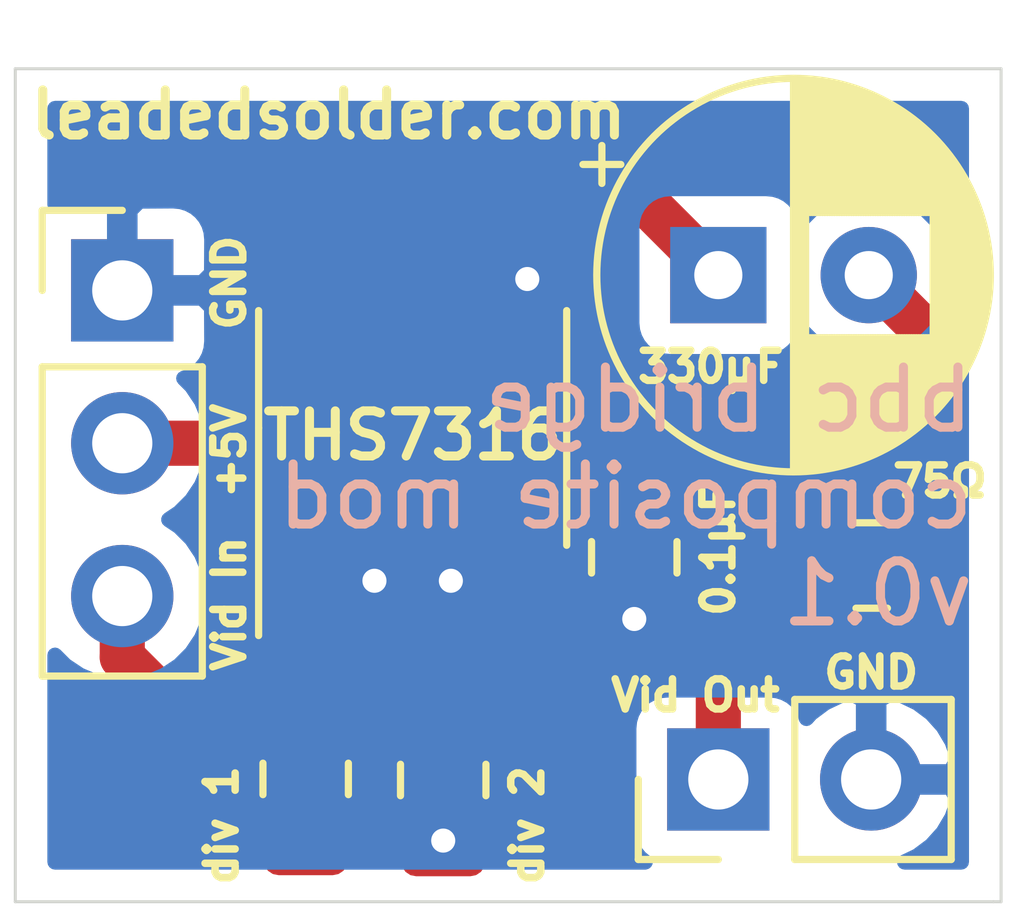
<source format=kicad_pcb>
(kicad_pcb (version 20171130) (host pcbnew "(5.1.5-0-10_14)")

  (general
    (thickness 1.6)
    (drawings 18)
    (tracks 24)
    (zones 0)
    (modules 8)
    (nets 10)
  )

  (page A4)
  (layers
    (0 F.Cu signal)
    (31 B.Cu signal)
    (32 B.Adhes user)
    (33 F.Adhes user)
    (34 B.Paste user)
    (35 F.Paste user)
    (36 B.SilkS user)
    (37 F.SilkS user)
    (38 B.Mask user)
    (39 F.Mask user)
    (40 Dwgs.User user hide)
    (41 Cmts.User user)
    (42 Eco1.User user)
    (43 Eco2.User user)
    (44 Edge.Cuts user)
    (45 Margin user)
    (46 B.CrtYd user)
    (47 F.CrtYd user)
    (48 B.Fab user)
    (49 F.Fab user hide)
  )

  (setup
    (last_trace_width 0.75)
    (user_trace_width 0.5)
    (user_trace_width 0.75)
    (trace_clearance 0.2)
    (zone_clearance 0.508)
    (zone_45_only no)
    (trace_min 0.2)
    (via_size 0.8)
    (via_drill 0.4)
    (via_min_size 0.4)
    (via_min_drill 0.3)
    (uvia_size 0.3)
    (uvia_drill 0.1)
    (uvias_allowed no)
    (uvia_min_size 0.2)
    (uvia_min_drill 0.1)
    (edge_width 0.05)
    (segment_width 0.2)
    (pcb_text_width 0.3)
    (pcb_text_size 1.5 1.5)
    (mod_edge_width 0.12)
    (mod_text_size 1 1)
    (mod_text_width 0.15)
    (pad_size 1.524 1.524)
    (pad_drill 0.762)
    (pad_to_mask_clearance 0.051)
    (solder_mask_min_width 0.25)
    (aux_axis_origin 0 0)
    (visible_elements FFFFFF7F)
    (pcbplotparams
      (layerselection 0x010fc_ffffffff)
      (usegerberextensions false)
      (usegerberattributes false)
      (usegerberadvancedattributes false)
      (creategerberjobfile false)
      (excludeedgelayer true)
      (linewidth 0.100000)
      (plotframeref false)
      (viasonmask false)
      (mode 1)
      (useauxorigin false)
      (hpglpennumber 1)
      (hpglpenspeed 20)
      (hpglpendiameter 15.000000)
      (psnegative false)
      (psa4output false)
      (plotreference true)
      (plotvalue true)
      (plotinvisibletext false)
      (padsonsilk false)
      (subtractmaskfromsilk false)
      (outputformat 1)
      (mirror false)
      (drillshape 0)
      (scaleselection 1)
      (outputdirectory "plot"))
  )

  (net 0 "")
  (net 1 GND)
  (net 2 +5V)
  (net 3 /Vid_Out)
  (net 4 "Net-(U1-Pad6)")
  (net 5 "Net-(U1-Pad7)")
  (net 6 "Net-(C3-Pad1)")
  (net 7 "Net-(C3-Pad2)")
  (net 8 /Chopped_Vpp)
  (net 9 /Pre_RF)

  (net_class Default "This is the default net class."
    (clearance 0.2)
    (trace_width 0.25)
    (via_dia 0.8)
    (via_drill 0.4)
    (uvia_dia 0.3)
    (uvia_drill 0.1)
    (add_net +5V)
    (add_net /Chopped_Vpp)
    (add_net /Pre_RF)
    (add_net /Vid_Out)
    (add_net GND)
    (add_net "Net-(C3-Pad1)")
    (add_net "Net-(C3-Pad2)")
    (add_net "Net-(U1-Pad6)")
    (add_net "Net-(U1-Pad7)")
  )

  (module Package_SO:SOIC-8_3.9x4.9mm_P1.27mm (layer F.Cu) (tedit 5D9F72B1) (tstamp 613C2E4B)
    (at 128.524 96.266 90)
    (descr "SOIC, 8 Pin (JEDEC MS-012AA, https://www.analog.com/media/en/package-pcb-resources/package/pkg_pdf/soic_narrow-r/r_8.pdf), generated with kicad-footprint-generator ipc_gullwing_generator.py")
    (tags "SOIC SO")
    (path /5EDDB73C)
    (attr smd)
    (fp_text reference U1 (at 0 -3.4 90) (layer F.SilkS) hide
      (effects (font (size 1 1) (thickness 0.15)))
    )
    (fp_text value THS7314 (at 0 3.4 90) (layer F.Fab)
      (effects (font (size 1 1) (thickness 0.15)))
    )
    (fp_text user %R (at 0 0 90) (layer F.Fab)
      (effects (font (size 0.98 0.98) (thickness 0.15)))
    )
    (fp_line (start 3.7 -2.7) (end -3.7 -2.7) (layer F.CrtYd) (width 0.05))
    (fp_line (start 3.7 2.7) (end 3.7 -2.7) (layer F.CrtYd) (width 0.05))
    (fp_line (start -3.7 2.7) (end 3.7 2.7) (layer F.CrtYd) (width 0.05))
    (fp_line (start -3.7 -2.7) (end -3.7 2.7) (layer F.CrtYd) (width 0.05))
    (fp_line (start -1.95 -1.475) (end -0.975 -2.45) (layer F.Fab) (width 0.1))
    (fp_line (start -1.95 2.45) (end -1.95 -1.475) (layer F.Fab) (width 0.1))
    (fp_line (start 1.95 2.45) (end -1.95 2.45) (layer F.Fab) (width 0.1))
    (fp_line (start 1.95 -2.45) (end 1.95 2.45) (layer F.Fab) (width 0.1))
    (fp_line (start -0.975 -2.45) (end 1.95 -2.45) (layer F.Fab) (width 0.1))
    (fp_line (start 0 -2.56) (end -3.45 -2.56) (layer F.SilkS) (width 0.12))
    (fp_line (start 0 -2.56) (end 1.95 -2.56) (layer F.SilkS) (width 0.12))
    (fp_line (start 0 2.56) (end -1.95 2.56) (layer F.SilkS) (width 0.12))
    (fp_line (start 0 2.56) (end 1.95 2.56) (layer F.SilkS) (width 0.12))
    (pad 8 smd roundrect (at 2.475 -1.905 90) (size 1.95 0.6) (layers F.Cu F.Paste F.Mask) (roundrect_rratio 0.25)
      (net 6 "Net-(C3-Pad1)"))
    (pad 7 smd roundrect (at 2.475 -0.635 90) (size 1.95 0.6) (layers F.Cu F.Paste F.Mask) (roundrect_rratio 0.25)
      (net 5 "Net-(U1-Pad7)"))
    (pad 6 smd roundrect (at 2.475 0.635 90) (size 1.95 0.6) (layers F.Cu F.Paste F.Mask) (roundrect_rratio 0.25)
      (net 4 "Net-(U1-Pad6)"))
    (pad 5 smd roundrect (at 2.475 1.905 90) (size 1.95 0.6) (layers F.Cu F.Paste F.Mask) (roundrect_rratio 0.25)
      (net 1 GND))
    (pad 4 smd roundrect (at -2.475 1.905 90) (size 1.95 0.6) (layers F.Cu F.Paste F.Mask) (roundrect_rratio 0.25)
      (net 2 +5V))
    (pad 3 smd roundrect (at -2.475 0.635 90) (size 1.95 0.6) (layers F.Cu F.Paste F.Mask) (roundrect_rratio 0.25)
      (net 1 GND))
    (pad 2 smd roundrect (at -2.475 -0.635 90) (size 1.95 0.6) (layers F.Cu F.Paste F.Mask) (roundrect_rratio 0.25)
      (net 1 GND))
    (pad 1 smd roundrect (at -2.475 -1.905 90) (size 1.95 0.6) (layers F.Cu F.Paste F.Mask) (roundrect_rratio 0.25)
      (net 8 /Chopped_Vpp))
    (model ${KISYS3DMOD}/Package_SO.3dshapes/SOIC-8_3.9x4.9mm_P1.27mm.wrl
      (at (xyz 0 0 0))
      (scale (xyz 1 1 1))
      (rotate (xyz 0 0 0))
    )
  )

  (module Resistor_SMD:R_0805_2012Metric_Pad1.15x1.40mm_HandSolder (layer F.Cu) (tedit 5B36C52B) (tstamp 613C2E31)
    (at 129.032 102.117 270)
    (descr "Resistor SMD 0805 (2012 Metric), square (rectangular) end terminal, IPC_7351 nominal with elongated pad for handsoldering. (Body size source: https://docs.google.com/spreadsheets/d/1BsfQQcO9C6DZCsRaXUlFlo91Tg2WpOkGARC1WS5S8t0/edit?usp=sharing), generated with kicad-footprint-generator")
    (tags "resistor handsolder")
    (path /5F254CCE)
    (attr smd)
    (fp_text reference R3 (at 0 -1.65 90) (layer F.SilkS) hide
      (effects (font (size 1 1) (thickness 0.15)))
    )
    (fp_text value 470Ω (at 0 1.65 90) (layer F.Fab)
      (effects (font (size 1 1) (thickness 0.15)))
    )
    (fp_text user %R (at 0 0 90) (layer F.Fab)
      (effects (font (size 0.5 0.5) (thickness 0.08)))
    )
    (fp_line (start 1.85 0.95) (end -1.85 0.95) (layer F.CrtYd) (width 0.05))
    (fp_line (start 1.85 -0.95) (end 1.85 0.95) (layer F.CrtYd) (width 0.05))
    (fp_line (start -1.85 -0.95) (end 1.85 -0.95) (layer F.CrtYd) (width 0.05))
    (fp_line (start -1.85 0.95) (end -1.85 -0.95) (layer F.CrtYd) (width 0.05))
    (fp_line (start -0.261252 0.71) (end 0.261252 0.71) (layer F.SilkS) (width 0.12))
    (fp_line (start -0.261252 -0.71) (end 0.261252 -0.71) (layer F.SilkS) (width 0.12))
    (fp_line (start 1 0.6) (end -1 0.6) (layer F.Fab) (width 0.1))
    (fp_line (start 1 -0.6) (end 1 0.6) (layer F.Fab) (width 0.1))
    (fp_line (start -1 -0.6) (end 1 -0.6) (layer F.Fab) (width 0.1))
    (fp_line (start -1 0.6) (end -1 -0.6) (layer F.Fab) (width 0.1))
    (pad 2 smd roundrect (at 1.025 0 270) (size 1.15 1.4) (layers F.Cu F.Paste F.Mask) (roundrect_rratio 0.217391)
      (net 1 GND))
    (pad 1 smd roundrect (at -1.025 0 270) (size 1.15 1.4) (layers F.Cu F.Paste F.Mask) (roundrect_rratio 0.217391)
      (net 8 /Chopped_Vpp))
    (model ${KISYS3DMOD}/Resistor_SMD.3dshapes/R_0805_2012Metric.wrl
      (at (xyz 0 0 0))
      (scale (xyz 1 1 1))
      (rotate (xyz 0 0 0))
    )
  )

  (module Resistor_SMD:R_0805_2012Metric_Pad1.15x1.40mm_HandSolder (layer F.Cu) (tedit 5B36C52B) (tstamp 613C8748)
    (at 136.153 98.552 180)
    (descr "Resistor SMD 0805 (2012 Metric), square (rectangular) end terminal, IPC_7351 nominal with elongated pad for handsoldering. (Body size source: https://docs.google.com/spreadsheets/d/1BsfQQcO9C6DZCsRaXUlFlo91Tg2WpOkGARC1WS5S8t0/edit?usp=sharing), generated with kicad-footprint-generator")
    (tags "resistor handsolder")
    (path /5F11AE5C)
    (attr smd)
    (fp_text reference R2 (at 0 -1.65) (layer F.SilkS) hide
      (effects (font (size 1 1) (thickness 0.15)))
    )
    (fp_text value 75Ω (at 0 1.65) (layer F.Fab)
      (effects (font (size 1 1) (thickness 0.15)))
    )
    (fp_text user %R (at 0 0) (layer F.Fab)
      (effects (font (size 0.5 0.5) (thickness 0.08)))
    )
    (fp_line (start 1.85 0.95) (end -1.85 0.95) (layer F.CrtYd) (width 0.05))
    (fp_line (start 1.85 -0.95) (end 1.85 0.95) (layer F.CrtYd) (width 0.05))
    (fp_line (start -1.85 -0.95) (end 1.85 -0.95) (layer F.CrtYd) (width 0.05))
    (fp_line (start -1.85 0.95) (end -1.85 -0.95) (layer F.CrtYd) (width 0.05))
    (fp_line (start -0.261252 0.71) (end 0.261252 0.71) (layer F.SilkS) (width 0.12))
    (fp_line (start -0.261252 -0.71) (end 0.261252 -0.71) (layer F.SilkS) (width 0.12))
    (fp_line (start 1 0.6) (end -1 0.6) (layer F.Fab) (width 0.1))
    (fp_line (start 1 -0.6) (end 1 0.6) (layer F.Fab) (width 0.1))
    (fp_line (start -1 -0.6) (end 1 -0.6) (layer F.Fab) (width 0.1))
    (fp_line (start -1 0.6) (end -1 -0.6) (layer F.Fab) (width 0.1))
    (pad 2 smd roundrect (at 1.025 0 180) (size 1.15 1.4) (layers F.Cu F.Paste F.Mask) (roundrect_rratio 0.217391)
      (net 3 /Vid_Out))
    (pad 1 smd roundrect (at -1.025 0 180) (size 1.15 1.4) (layers F.Cu F.Paste F.Mask) (roundrect_rratio 0.217391)
      (net 7 "Net-(C3-Pad2)"))
    (model ${KISYS3DMOD}/Resistor_SMD.3dshapes/R_0805_2012Metric.wrl
      (at (xyz 0 0 0))
      (scale (xyz 1 1 1))
      (rotate (xyz 0 0 0))
    )
  )

  (module Resistor_SMD:R_0805_2012Metric_Pad1.15x1.40mm_HandSolder (layer F.Cu) (tedit 5B36C52B) (tstamp 613C2E0F)
    (at 126.746 102.099 90)
    (descr "Resistor SMD 0805 (2012 Metric), square (rectangular) end terminal, IPC_7351 nominal with elongated pad for handsoldering. (Body size source: https://docs.google.com/spreadsheets/d/1BsfQQcO9C6DZCsRaXUlFlo91Tg2WpOkGARC1WS5S8t0/edit?usp=sharing), generated with kicad-footprint-generator")
    (tags "resistor handsolder")
    (path /5F254498)
    (attr smd)
    (fp_text reference R1 (at 0 -1.65 90) (layer F.SilkS) hide
      (effects (font (size 1 1) (thickness 0.15)))
    )
    (fp_text value 1500Ω (at 0 1.65 90) (layer F.Fab)
      (effects (font (size 1 1) (thickness 0.15)))
    )
    (fp_text user %R (at 0 0 90) (layer F.Fab)
      (effects (font (size 0.5 0.5) (thickness 0.08)))
    )
    (fp_line (start 1.85 0.95) (end -1.85 0.95) (layer F.CrtYd) (width 0.05))
    (fp_line (start 1.85 -0.95) (end 1.85 0.95) (layer F.CrtYd) (width 0.05))
    (fp_line (start -1.85 -0.95) (end 1.85 -0.95) (layer F.CrtYd) (width 0.05))
    (fp_line (start -1.85 0.95) (end -1.85 -0.95) (layer F.CrtYd) (width 0.05))
    (fp_line (start -0.261252 0.71) (end 0.261252 0.71) (layer F.SilkS) (width 0.12))
    (fp_line (start -0.261252 -0.71) (end 0.261252 -0.71) (layer F.SilkS) (width 0.12))
    (fp_line (start 1 0.6) (end -1 0.6) (layer F.Fab) (width 0.1))
    (fp_line (start 1 -0.6) (end 1 0.6) (layer F.Fab) (width 0.1))
    (fp_line (start -1 -0.6) (end 1 -0.6) (layer F.Fab) (width 0.1))
    (fp_line (start -1 0.6) (end -1 -0.6) (layer F.Fab) (width 0.1))
    (pad 2 smd roundrect (at 1.025 0 90) (size 1.15 1.4) (layers F.Cu F.Paste F.Mask) (roundrect_rratio 0.217391)
      (net 8 /Chopped_Vpp))
    (pad 1 smd roundrect (at -1.025 0 90) (size 1.15 1.4) (layers F.Cu F.Paste F.Mask) (roundrect_rratio 0.217391)
      (net 9 /Pre_RF))
    (model ${KISYS3DMOD}/Resistor_SMD.3dshapes/R_0805_2012Metric.wrl
      (at (xyz 0 0 0))
      (scale (xyz 1 1 1))
      (rotate (xyz 0 0 0))
    )
  )

  (module Connector_PinHeader_2.54mm:PinHeader_1x02_P2.54mm_Vertical (layer F.Cu) (tedit 59FED5CC) (tstamp 613C2DFE)
    (at 133.604 102.108 90)
    (descr "Through hole straight pin header, 1x02, 2.54mm pitch, single row")
    (tags "Through hole pin header THT 1x02 2.54mm single row")
    (path /613C1C20)
    (fp_text reference J3 (at 0 -2.33 90) (layer F.SilkS) hide
      (effects (font (size 1 1) (thickness 0.15)))
    )
    (fp_text value Conn_01x02_Female (at 0 4.87 90) (layer F.Fab)
      (effects (font (size 1 1) (thickness 0.15)))
    )
    (fp_text user %R (at 0 1.27) (layer F.Fab)
      (effects (font (size 1 1) (thickness 0.15)))
    )
    (fp_line (start 1.8 -1.8) (end -1.8 -1.8) (layer F.CrtYd) (width 0.05))
    (fp_line (start 1.8 4.35) (end 1.8 -1.8) (layer F.CrtYd) (width 0.05))
    (fp_line (start -1.8 4.35) (end 1.8 4.35) (layer F.CrtYd) (width 0.05))
    (fp_line (start -1.8 -1.8) (end -1.8 4.35) (layer F.CrtYd) (width 0.05))
    (fp_line (start -1.33 -1.33) (end 0 -1.33) (layer F.SilkS) (width 0.12))
    (fp_line (start -1.33 0) (end -1.33 -1.33) (layer F.SilkS) (width 0.12))
    (fp_line (start -1.33 1.27) (end 1.33 1.27) (layer F.SilkS) (width 0.12))
    (fp_line (start 1.33 1.27) (end 1.33 3.87) (layer F.SilkS) (width 0.12))
    (fp_line (start -1.33 1.27) (end -1.33 3.87) (layer F.SilkS) (width 0.12))
    (fp_line (start -1.33 3.87) (end 1.33 3.87) (layer F.SilkS) (width 0.12))
    (fp_line (start -1.27 -0.635) (end -0.635 -1.27) (layer F.Fab) (width 0.1))
    (fp_line (start -1.27 3.81) (end -1.27 -0.635) (layer F.Fab) (width 0.1))
    (fp_line (start 1.27 3.81) (end -1.27 3.81) (layer F.Fab) (width 0.1))
    (fp_line (start 1.27 -1.27) (end 1.27 3.81) (layer F.Fab) (width 0.1))
    (fp_line (start -0.635 -1.27) (end 1.27 -1.27) (layer F.Fab) (width 0.1))
    (pad 2 thru_hole oval (at 0 2.54 90) (size 1.7 1.7) (drill 1) (layers *.Cu *.Mask)
      (net 1 GND))
    (pad 1 thru_hole rect (at 0 0 90) (size 1.7 1.7) (drill 1) (layers *.Cu *.Mask)
      (net 3 /Vid_Out))
    (model ${KISYS3DMOD}/Connector_PinHeader_2.54mm.3dshapes/PinHeader_1x02_P2.54mm_Vertical.wrl
      (at (xyz 0 0 0))
      (scale (xyz 1 1 1))
      (rotate (xyz 0 0 0))
    )
  )

  (module Connector_PinHeader_2.54mm:PinHeader_1x03_P2.54mm_Vertical (layer F.Cu) (tedit 59FED5CC) (tstamp 613C2DE8)
    (at 123.698 93.98)
    (descr "Through hole straight pin header, 1x03, 2.54mm pitch, single row")
    (tags "Through hole pin header THT 1x03 2.54mm single row")
    (path /613C4F7D)
    (fp_text reference J1 (at 0 -2.33) (layer F.SilkS) hide
      (effects (font (size 1 1) (thickness 0.15)))
    )
    (fp_text value Conn_01x03_Female (at 0 7.41) (layer F.Fab)
      (effects (font (size 1 1) (thickness 0.15)))
    )
    (fp_text user %R (at 0 2.54 90) (layer F.Fab)
      (effects (font (size 1 1) (thickness 0.15)))
    )
    (fp_line (start 1.8 -1.8) (end -1.8 -1.8) (layer F.CrtYd) (width 0.05))
    (fp_line (start 1.8 6.85) (end 1.8 -1.8) (layer F.CrtYd) (width 0.05))
    (fp_line (start -1.8 6.85) (end 1.8 6.85) (layer F.CrtYd) (width 0.05))
    (fp_line (start -1.8 -1.8) (end -1.8 6.85) (layer F.CrtYd) (width 0.05))
    (fp_line (start -1.33 -1.33) (end 0 -1.33) (layer F.SilkS) (width 0.12))
    (fp_line (start -1.33 0) (end -1.33 -1.33) (layer F.SilkS) (width 0.12))
    (fp_line (start -1.33 1.27) (end 1.33 1.27) (layer F.SilkS) (width 0.12))
    (fp_line (start 1.33 1.27) (end 1.33 6.41) (layer F.SilkS) (width 0.12))
    (fp_line (start -1.33 1.27) (end -1.33 6.41) (layer F.SilkS) (width 0.12))
    (fp_line (start -1.33 6.41) (end 1.33 6.41) (layer F.SilkS) (width 0.12))
    (fp_line (start -1.27 -0.635) (end -0.635 -1.27) (layer F.Fab) (width 0.1))
    (fp_line (start -1.27 6.35) (end -1.27 -0.635) (layer F.Fab) (width 0.1))
    (fp_line (start 1.27 6.35) (end -1.27 6.35) (layer F.Fab) (width 0.1))
    (fp_line (start 1.27 -1.27) (end 1.27 6.35) (layer F.Fab) (width 0.1))
    (fp_line (start -0.635 -1.27) (end 1.27 -1.27) (layer F.Fab) (width 0.1))
    (pad 3 thru_hole oval (at 0 5.08) (size 1.7 1.7) (drill 1) (layers *.Cu *.Mask)
      (net 9 /Pre_RF))
    (pad 2 thru_hole oval (at 0 2.54) (size 1.7 1.7) (drill 1) (layers *.Cu *.Mask)
      (net 2 +5V))
    (pad 1 thru_hole rect (at 0 0) (size 1.7 1.7) (drill 1) (layers *.Cu *.Mask)
      (net 1 GND))
    (model ${KISYS3DMOD}/Connector_PinHeader_2.54mm.3dshapes/PinHeader_1x03_P2.54mm_Vertical.wrl
      (at (xyz 0 0 0))
      (scale (xyz 1 1 1))
      (rotate (xyz 0 0 0))
    )
  )

  (module Capacitor_THT:CP_Radial_D6.3mm_P2.50mm (layer F.Cu) (tedit 5AE50EF0) (tstamp 613C2DD1)
    (at 133.604 93.726)
    (descr "CP, Radial series, Radial, pin pitch=2.50mm, , diameter=6.3mm, Electrolytic Capacitor")
    (tags "CP Radial series Radial pin pitch 2.50mm  diameter 6.3mm Electrolytic Capacitor")
    (path /5F12F587)
    (fp_text reference C3 (at 1.25 -4.4) (layer F.SilkS) hide
      (effects (font (size 1 1) (thickness 0.15)))
    )
    (fp_text value 330µF (at 1.25 4.4) (layer F.Fab)
      (effects (font (size 1 1) (thickness 0.15)))
    )
    (fp_text user %R (at 1.25 0) (layer F.Fab)
      (effects (font (size 1 1) (thickness 0.15)))
    )
    (fp_line (start -1.935241 -2.154) (end -1.935241 -1.524) (layer F.SilkS) (width 0.12))
    (fp_line (start -2.250241 -1.839) (end -1.620241 -1.839) (layer F.SilkS) (width 0.12))
    (fp_line (start 4.491 -0.402) (end 4.491 0.402) (layer F.SilkS) (width 0.12))
    (fp_line (start 4.451 -0.633) (end 4.451 0.633) (layer F.SilkS) (width 0.12))
    (fp_line (start 4.411 -0.802) (end 4.411 0.802) (layer F.SilkS) (width 0.12))
    (fp_line (start 4.371 -0.94) (end 4.371 0.94) (layer F.SilkS) (width 0.12))
    (fp_line (start 4.331 -1.059) (end 4.331 1.059) (layer F.SilkS) (width 0.12))
    (fp_line (start 4.291 -1.165) (end 4.291 1.165) (layer F.SilkS) (width 0.12))
    (fp_line (start 4.251 -1.262) (end 4.251 1.262) (layer F.SilkS) (width 0.12))
    (fp_line (start 4.211 -1.35) (end 4.211 1.35) (layer F.SilkS) (width 0.12))
    (fp_line (start 4.171 -1.432) (end 4.171 1.432) (layer F.SilkS) (width 0.12))
    (fp_line (start 4.131 -1.509) (end 4.131 1.509) (layer F.SilkS) (width 0.12))
    (fp_line (start 4.091 -1.581) (end 4.091 1.581) (layer F.SilkS) (width 0.12))
    (fp_line (start 4.051 -1.65) (end 4.051 1.65) (layer F.SilkS) (width 0.12))
    (fp_line (start 4.011 -1.714) (end 4.011 1.714) (layer F.SilkS) (width 0.12))
    (fp_line (start 3.971 -1.776) (end 3.971 1.776) (layer F.SilkS) (width 0.12))
    (fp_line (start 3.931 -1.834) (end 3.931 1.834) (layer F.SilkS) (width 0.12))
    (fp_line (start 3.891 -1.89) (end 3.891 1.89) (layer F.SilkS) (width 0.12))
    (fp_line (start 3.851 -1.944) (end 3.851 1.944) (layer F.SilkS) (width 0.12))
    (fp_line (start 3.811 -1.995) (end 3.811 1.995) (layer F.SilkS) (width 0.12))
    (fp_line (start 3.771 -2.044) (end 3.771 2.044) (layer F.SilkS) (width 0.12))
    (fp_line (start 3.731 -2.092) (end 3.731 2.092) (layer F.SilkS) (width 0.12))
    (fp_line (start 3.691 -2.137) (end 3.691 2.137) (layer F.SilkS) (width 0.12))
    (fp_line (start 3.651 -2.182) (end 3.651 2.182) (layer F.SilkS) (width 0.12))
    (fp_line (start 3.611 -2.224) (end 3.611 2.224) (layer F.SilkS) (width 0.12))
    (fp_line (start 3.571 -2.265) (end 3.571 2.265) (layer F.SilkS) (width 0.12))
    (fp_line (start 3.531 1.04) (end 3.531 2.305) (layer F.SilkS) (width 0.12))
    (fp_line (start 3.531 -2.305) (end 3.531 -1.04) (layer F.SilkS) (width 0.12))
    (fp_line (start 3.491 1.04) (end 3.491 2.343) (layer F.SilkS) (width 0.12))
    (fp_line (start 3.491 -2.343) (end 3.491 -1.04) (layer F.SilkS) (width 0.12))
    (fp_line (start 3.451 1.04) (end 3.451 2.38) (layer F.SilkS) (width 0.12))
    (fp_line (start 3.451 -2.38) (end 3.451 -1.04) (layer F.SilkS) (width 0.12))
    (fp_line (start 3.411 1.04) (end 3.411 2.416) (layer F.SilkS) (width 0.12))
    (fp_line (start 3.411 -2.416) (end 3.411 -1.04) (layer F.SilkS) (width 0.12))
    (fp_line (start 3.371 1.04) (end 3.371 2.45) (layer F.SilkS) (width 0.12))
    (fp_line (start 3.371 -2.45) (end 3.371 -1.04) (layer F.SilkS) (width 0.12))
    (fp_line (start 3.331 1.04) (end 3.331 2.484) (layer F.SilkS) (width 0.12))
    (fp_line (start 3.331 -2.484) (end 3.331 -1.04) (layer F.SilkS) (width 0.12))
    (fp_line (start 3.291 1.04) (end 3.291 2.516) (layer F.SilkS) (width 0.12))
    (fp_line (start 3.291 -2.516) (end 3.291 -1.04) (layer F.SilkS) (width 0.12))
    (fp_line (start 3.251 1.04) (end 3.251 2.548) (layer F.SilkS) (width 0.12))
    (fp_line (start 3.251 -2.548) (end 3.251 -1.04) (layer F.SilkS) (width 0.12))
    (fp_line (start 3.211 1.04) (end 3.211 2.578) (layer F.SilkS) (width 0.12))
    (fp_line (start 3.211 -2.578) (end 3.211 -1.04) (layer F.SilkS) (width 0.12))
    (fp_line (start 3.171 1.04) (end 3.171 2.607) (layer F.SilkS) (width 0.12))
    (fp_line (start 3.171 -2.607) (end 3.171 -1.04) (layer F.SilkS) (width 0.12))
    (fp_line (start 3.131 1.04) (end 3.131 2.636) (layer F.SilkS) (width 0.12))
    (fp_line (start 3.131 -2.636) (end 3.131 -1.04) (layer F.SilkS) (width 0.12))
    (fp_line (start 3.091 1.04) (end 3.091 2.664) (layer F.SilkS) (width 0.12))
    (fp_line (start 3.091 -2.664) (end 3.091 -1.04) (layer F.SilkS) (width 0.12))
    (fp_line (start 3.051 1.04) (end 3.051 2.69) (layer F.SilkS) (width 0.12))
    (fp_line (start 3.051 -2.69) (end 3.051 -1.04) (layer F.SilkS) (width 0.12))
    (fp_line (start 3.011 1.04) (end 3.011 2.716) (layer F.SilkS) (width 0.12))
    (fp_line (start 3.011 -2.716) (end 3.011 -1.04) (layer F.SilkS) (width 0.12))
    (fp_line (start 2.971 1.04) (end 2.971 2.742) (layer F.SilkS) (width 0.12))
    (fp_line (start 2.971 -2.742) (end 2.971 -1.04) (layer F.SilkS) (width 0.12))
    (fp_line (start 2.931 1.04) (end 2.931 2.766) (layer F.SilkS) (width 0.12))
    (fp_line (start 2.931 -2.766) (end 2.931 -1.04) (layer F.SilkS) (width 0.12))
    (fp_line (start 2.891 1.04) (end 2.891 2.79) (layer F.SilkS) (width 0.12))
    (fp_line (start 2.891 -2.79) (end 2.891 -1.04) (layer F.SilkS) (width 0.12))
    (fp_line (start 2.851 1.04) (end 2.851 2.812) (layer F.SilkS) (width 0.12))
    (fp_line (start 2.851 -2.812) (end 2.851 -1.04) (layer F.SilkS) (width 0.12))
    (fp_line (start 2.811 1.04) (end 2.811 2.834) (layer F.SilkS) (width 0.12))
    (fp_line (start 2.811 -2.834) (end 2.811 -1.04) (layer F.SilkS) (width 0.12))
    (fp_line (start 2.771 1.04) (end 2.771 2.856) (layer F.SilkS) (width 0.12))
    (fp_line (start 2.771 -2.856) (end 2.771 -1.04) (layer F.SilkS) (width 0.12))
    (fp_line (start 2.731 1.04) (end 2.731 2.876) (layer F.SilkS) (width 0.12))
    (fp_line (start 2.731 -2.876) (end 2.731 -1.04) (layer F.SilkS) (width 0.12))
    (fp_line (start 2.691 1.04) (end 2.691 2.896) (layer F.SilkS) (width 0.12))
    (fp_line (start 2.691 -2.896) (end 2.691 -1.04) (layer F.SilkS) (width 0.12))
    (fp_line (start 2.651 1.04) (end 2.651 2.916) (layer F.SilkS) (width 0.12))
    (fp_line (start 2.651 -2.916) (end 2.651 -1.04) (layer F.SilkS) (width 0.12))
    (fp_line (start 2.611 1.04) (end 2.611 2.934) (layer F.SilkS) (width 0.12))
    (fp_line (start 2.611 -2.934) (end 2.611 -1.04) (layer F.SilkS) (width 0.12))
    (fp_line (start 2.571 1.04) (end 2.571 2.952) (layer F.SilkS) (width 0.12))
    (fp_line (start 2.571 -2.952) (end 2.571 -1.04) (layer F.SilkS) (width 0.12))
    (fp_line (start 2.531 1.04) (end 2.531 2.97) (layer F.SilkS) (width 0.12))
    (fp_line (start 2.531 -2.97) (end 2.531 -1.04) (layer F.SilkS) (width 0.12))
    (fp_line (start 2.491 1.04) (end 2.491 2.986) (layer F.SilkS) (width 0.12))
    (fp_line (start 2.491 -2.986) (end 2.491 -1.04) (layer F.SilkS) (width 0.12))
    (fp_line (start 2.451 1.04) (end 2.451 3.002) (layer F.SilkS) (width 0.12))
    (fp_line (start 2.451 -3.002) (end 2.451 -1.04) (layer F.SilkS) (width 0.12))
    (fp_line (start 2.411 1.04) (end 2.411 3.018) (layer F.SilkS) (width 0.12))
    (fp_line (start 2.411 -3.018) (end 2.411 -1.04) (layer F.SilkS) (width 0.12))
    (fp_line (start 2.371 1.04) (end 2.371 3.033) (layer F.SilkS) (width 0.12))
    (fp_line (start 2.371 -3.033) (end 2.371 -1.04) (layer F.SilkS) (width 0.12))
    (fp_line (start 2.331 1.04) (end 2.331 3.047) (layer F.SilkS) (width 0.12))
    (fp_line (start 2.331 -3.047) (end 2.331 -1.04) (layer F.SilkS) (width 0.12))
    (fp_line (start 2.291 1.04) (end 2.291 3.061) (layer F.SilkS) (width 0.12))
    (fp_line (start 2.291 -3.061) (end 2.291 -1.04) (layer F.SilkS) (width 0.12))
    (fp_line (start 2.251 1.04) (end 2.251 3.074) (layer F.SilkS) (width 0.12))
    (fp_line (start 2.251 -3.074) (end 2.251 -1.04) (layer F.SilkS) (width 0.12))
    (fp_line (start 2.211 1.04) (end 2.211 3.086) (layer F.SilkS) (width 0.12))
    (fp_line (start 2.211 -3.086) (end 2.211 -1.04) (layer F.SilkS) (width 0.12))
    (fp_line (start 2.171 1.04) (end 2.171 3.098) (layer F.SilkS) (width 0.12))
    (fp_line (start 2.171 -3.098) (end 2.171 -1.04) (layer F.SilkS) (width 0.12))
    (fp_line (start 2.131 1.04) (end 2.131 3.11) (layer F.SilkS) (width 0.12))
    (fp_line (start 2.131 -3.11) (end 2.131 -1.04) (layer F.SilkS) (width 0.12))
    (fp_line (start 2.091 1.04) (end 2.091 3.121) (layer F.SilkS) (width 0.12))
    (fp_line (start 2.091 -3.121) (end 2.091 -1.04) (layer F.SilkS) (width 0.12))
    (fp_line (start 2.051 1.04) (end 2.051 3.131) (layer F.SilkS) (width 0.12))
    (fp_line (start 2.051 -3.131) (end 2.051 -1.04) (layer F.SilkS) (width 0.12))
    (fp_line (start 2.011 1.04) (end 2.011 3.141) (layer F.SilkS) (width 0.12))
    (fp_line (start 2.011 -3.141) (end 2.011 -1.04) (layer F.SilkS) (width 0.12))
    (fp_line (start 1.971 1.04) (end 1.971 3.15) (layer F.SilkS) (width 0.12))
    (fp_line (start 1.971 -3.15) (end 1.971 -1.04) (layer F.SilkS) (width 0.12))
    (fp_line (start 1.93 1.04) (end 1.93 3.159) (layer F.SilkS) (width 0.12))
    (fp_line (start 1.93 -3.159) (end 1.93 -1.04) (layer F.SilkS) (width 0.12))
    (fp_line (start 1.89 1.04) (end 1.89 3.167) (layer F.SilkS) (width 0.12))
    (fp_line (start 1.89 -3.167) (end 1.89 -1.04) (layer F.SilkS) (width 0.12))
    (fp_line (start 1.85 1.04) (end 1.85 3.175) (layer F.SilkS) (width 0.12))
    (fp_line (start 1.85 -3.175) (end 1.85 -1.04) (layer F.SilkS) (width 0.12))
    (fp_line (start 1.81 1.04) (end 1.81 3.182) (layer F.SilkS) (width 0.12))
    (fp_line (start 1.81 -3.182) (end 1.81 -1.04) (layer F.SilkS) (width 0.12))
    (fp_line (start 1.77 1.04) (end 1.77 3.189) (layer F.SilkS) (width 0.12))
    (fp_line (start 1.77 -3.189) (end 1.77 -1.04) (layer F.SilkS) (width 0.12))
    (fp_line (start 1.73 1.04) (end 1.73 3.195) (layer F.SilkS) (width 0.12))
    (fp_line (start 1.73 -3.195) (end 1.73 -1.04) (layer F.SilkS) (width 0.12))
    (fp_line (start 1.69 1.04) (end 1.69 3.201) (layer F.SilkS) (width 0.12))
    (fp_line (start 1.69 -3.201) (end 1.69 -1.04) (layer F.SilkS) (width 0.12))
    (fp_line (start 1.65 1.04) (end 1.65 3.206) (layer F.SilkS) (width 0.12))
    (fp_line (start 1.65 -3.206) (end 1.65 -1.04) (layer F.SilkS) (width 0.12))
    (fp_line (start 1.61 1.04) (end 1.61 3.211) (layer F.SilkS) (width 0.12))
    (fp_line (start 1.61 -3.211) (end 1.61 -1.04) (layer F.SilkS) (width 0.12))
    (fp_line (start 1.57 1.04) (end 1.57 3.215) (layer F.SilkS) (width 0.12))
    (fp_line (start 1.57 -3.215) (end 1.57 -1.04) (layer F.SilkS) (width 0.12))
    (fp_line (start 1.53 1.04) (end 1.53 3.218) (layer F.SilkS) (width 0.12))
    (fp_line (start 1.53 -3.218) (end 1.53 -1.04) (layer F.SilkS) (width 0.12))
    (fp_line (start 1.49 1.04) (end 1.49 3.222) (layer F.SilkS) (width 0.12))
    (fp_line (start 1.49 -3.222) (end 1.49 -1.04) (layer F.SilkS) (width 0.12))
    (fp_line (start 1.45 -3.224) (end 1.45 3.224) (layer F.SilkS) (width 0.12))
    (fp_line (start 1.41 -3.227) (end 1.41 3.227) (layer F.SilkS) (width 0.12))
    (fp_line (start 1.37 -3.228) (end 1.37 3.228) (layer F.SilkS) (width 0.12))
    (fp_line (start 1.33 -3.23) (end 1.33 3.23) (layer F.SilkS) (width 0.12))
    (fp_line (start 1.29 -3.23) (end 1.29 3.23) (layer F.SilkS) (width 0.12))
    (fp_line (start 1.25 -3.23) (end 1.25 3.23) (layer F.SilkS) (width 0.12))
    (fp_line (start -1.128972 -1.6885) (end -1.128972 -1.0585) (layer F.Fab) (width 0.1))
    (fp_line (start -1.443972 -1.3735) (end -0.813972 -1.3735) (layer F.Fab) (width 0.1))
    (fp_circle (center 1.25 0) (end 4.65 0) (layer F.CrtYd) (width 0.05))
    (fp_circle (center 1.25 0) (end 4.52 0) (layer F.SilkS) (width 0.12))
    (fp_circle (center 1.25 0) (end 4.4 0) (layer F.Fab) (width 0.1))
    (pad 2 thru_hole circle (at 2.5 0) (size 1.6 1.6) (drill 0.8) (layers *.Cu *.Mask)
      (net 7 "Net-(C3-Pad2)"))
    (pad 1 thru_hole rect (at 0 0) (size 1.6 1.6) (drill 0.8) (layers *.Cu *.Mask)
      (net 6 "Net-(C3-Pad1)"))
    (model ${KISYS3DMOD}/Capacitor_THT.3dshapes/CP_Radial_D6.3mm_P2.50mm.wrl
      (at (xyz 0 0 0))
      (scale (xyz 1 1 1))
      (rotate (xyz 0 0 0))
    )
  )

  (module Capacitor_SMD:C_0805_2012Metric_Pad1.15x1.40mm_HandSolder (layer F.Cu) (tedit 5B36C52B) (tstamp 613C2D3D)
    (at 132.207 98.416 270)
    (descr "Capacitor SMD 0805 (2012 Metric), square (rectangular) end terminal, IPC_7351 nominal with elongated pad for handsoldering. (Body size source: https://docs.google.com/spreadsheets/d/1BsfQQcO9C6DZCsRaXUlFlo91Tg2WpOkGARC1WS5S8t0/edit?usp=sharing), generated with kicad-footprint-generator")
    (tags "capacitor handsolder")
    (path /5EDB9180)
    (attr smd)
    (fp_text reference C2 (at 0 -1.65 90) (layer F.SilkS) hide
      (effects (font (size 1 1) (thickness 0.15)))
    )
    (fp_text value 0.1µF (at 0 1.65 90) (layer F.Fab)
      (effects (font (size 1 1) (thickness 0.15)))
    )
    (fp_text user %R (at 0 0 90) (layer F.Fab)
      (effects (font (size 0.5 0.5) (thickness 0.08)))
    )
    (fp_line (start 1.85 0.95) (end -1.85 0.95) (layer F.CrtYd) (width 0.05))
    (fp_line (start 1.85 -0.95) (end 1.85 0.95) (layer F.CrtYd) (width 0.05))
    (fp_line (start -1.85 -0.95) (end 1.85 -0.95) (layer F.CrtYd) (width 0.05))
    (fp_line (start -1.85 0.95) (end -1.85 -0.95) (layer F.CrtYd) (width 0.05))
    (fp_line (start -0.261252 0.71) (end 0.261252 0.71) (layer F.SilkS) (width 0.12))
    (fp_line (start -0.261252 -0.71) (end 0.261252 -0.71) (layer F.SilkS) (width 0.12))
    (fp_line (start 1 0.6) (end -1 0.6) (layer F.Fab) (width 0.1))
    (fp_line (start 1 -0.6) (end 1 0.6) (layer F.Fab) (width 0.1))
    (fp_line (start -1 -0.6) (end 1 -0.6) (layer F.Fab) (width 0.1))
    (fp_line (start -1 0.6) (end -1 -0.6) (layer F.Fab) (width 0.1))
    (pad 2 smd roundrect (at 1.025 0 270) (size 1.15 1.4) (layers F.Cu F.Paste F.Mask) (roundrect_rratio 0.217391)
      (net 1 GND))
    (pad 1 smd roundrect (at -1.025 0 270) (size 1.15 1.4) (layers F.Cu F.Paste F.Mask) (roundrect_rratio 0.217391)
      (net 2 +5V))
    (model ${KISYS3DMOD}/Capacitor_SMD.3dshapes/C_0805_2012Metric.wrl
      (at (xyz 0 0 0))
      (scale (xyz 1 1 1))
      (rotate (xyz 0 0 0))
    )
  )

  (gr_text GND (at 136.144 100.33) (layer F.SilkS)
    (effects (font (size 0.5 0.5) (thickness 0.125)))
  )
  (gr_text "Vid Out" (at 133.223 100.711) (layer F.SilkS)
    (effects (font (size 0.5 0.5) (thickness 0.125)))
  )
  (gr_text "Vid In" (at 125.476 99.187 90) (layer F.SilkS)
    (effects (font (size 0.5 0.5) (thickness 0.125)))
  )
  (gr_text +5V (at 125.476 96.647 90) (layer F.SilkS)
    (effects (font (size 0.5 0.5) (thickness 0.125)))
  )
  (gr_text GND (at 125.476 93.853 90) (layer F.SilkS)
    (effects (font (size 0.5 0.5) (thickness 0.125)))
  )
  (gr_text "bbc bridge\ncomposite mod\nv0.1" (at 137.922 97.409) (layer B.SilkS)
    (effects (font (size 1 1) (thickness 0.15)) (justify left mirror))
  )
  (gr_text leadedsolder.com (at 127.127 91.059) (layer F.SilkS)
    (effects (font (size 0.75 0.75) (thickness 0.15)))
  )
  (gr_text "div 1" (at 125.349 102.87 90) (layer F.SilkS)
    (effects (font (size 0.5 0.5) (thickness 0.125)))
  )
  (gr_text "div 2" (at 130.429 102.87 90) (layer F.SilkS)
    (effects (font (size 0.5 0.5) (thickness 0.125)))
  )
  (gr_text 75Ω (at 137.287 97.155) (layer F.SilkS)
    (effects (font (size 0.5 0.5) (thickness 0.125)))
  )
  (gr_text 0.1µF (at 133.604 98.298 90) (layer F.SilkS)
    (effects (font (size 0.5 0.5) (thickness 0.125)))
  )
  (gr_text 330µF (at 133.477 95.25) (layer F.SilkS)
    (effects (font (size 0.5 0.5) (thickness 0.125)))
  )
  (gr_text THS7316 (at 128.524 96.393) (layer F.SilkS)
    (effects (font (size 0.75 0.75) (thickness 0.15)))
  )
  (gr_line (start 138.303 104.14) (end 138.303 90.297) (layer Edge.Cuts) (width 0.05) (tstamp 613C3AF4))
  (gr_line (start 138.176 104.14) (end 138.303 104.14) (layer Edge.Cuts) (width 0.05))
  (gr_line (start 121.92 104.14) (end 138.176 104.14) (layer Edge.Cuts) (width 0.05))
  (gr_line (start 121.92 90.297) (end 121.92 104.14) (layer Edge.Cuts) (width 0.05))
  (gr_line (start 138.303 90.297) (end 121.92 90.297) (layer Edge.Cuts) (width 0.05))

  (via (at 132.207 99.441) (size 0.8) (drill 0.4) (layers F.Cu B.Cu) (net 1) (status 30))
  (via (at 129.032 103.124) (size 0.8) (drill 0.4) (layers F.Cu B.Cu) (net 1) (status 30))
  (via (at 127.889 98.806) (size 0.8) (drill 0.4) (layers F.Cu B.Cu) (net 1) (status 30))
  (via (at 129.159 98.806) (size 0.8) (drill 0.4) (layers F.Cu B.Cu) (net 1) (status 30))
  (via (at 130.429 93.791) (size 0.8) (drill 0.4) (layers F.Cu B.Cu) (net 1) (status 30))
  (segment (start 130.429 97.766) (end 130.429 98.741) (width 0.75) (layer F.Cu) (net 2) (status 30))
  (segment (start 129.183 96.52) (end 130.429 97.766) (width 0.75) (layer F.Cu) (net 2) (status 20))
  (segment (start 123.698 96.52) (end 129.183 96.52) (width 0.75) (layer F.Cu) (net 2) (status 10))
  (segment (start 131.779 97.391) (end 130.429 98.741) (width 0.75) (layer F.Cu) (net 2) (status 30))
  (segment (start 132.207 97.391) (end 131.779 97.391) (width 0.75) (layer F.Cu) (net 2) (status 30))
  (segment (start 133.604 100.076) (end 135.128 98.552) (width 0.75) (layer F.Cu) (net 3) (status 20))
  (segment (start 133.604 102.108) (end 133.604 100.076) (width 0.75) (layer F.Cu) (net 3) (status 10))
  (segment (start 127.19401 92.24099) (end 126.619 92.816) (width 0.75) (layer F.Cu) (net 6))
  (segment (start 132.11899 92.24099) (end 127.19401 92.24099) (width 0.75) (layer F.Cu) (net 6))
  (segment (start 126.619 92.816) (end 126.619 93.791) (width 0.75) (layer F.Cu) (net 6))
  (segment (start 133.604 93.726) (end 132.11899 92.24099) (width 0.75) (layer F.Cu) (net 6))
  (segment (start 137.178 94.8) (end 136.104 93.726) (width 0.75) (layer F.Cu) (net 7) (status 20))
  (segment (start 137.178 98.552) (end 137.178 94.8) (width 0.75) (layer F.Cu) (net 7) (status 10))
  (segment (start 129.014 101.074) (end 129.032 101.092) (width 0.75) (layer F.Cu) (net 8) (status 30))
  (segment (start 126.746 101.074) (end 129.014 101.074) (width 0.75) (layer F.Cu) (net 8) (status 30))
  (segment (start 126.746 98.868) (end 126.619 98.741) (width 0.75) (layer F.Cu) (net 8) (status 30))
  (segment (start 126.746 101.074) (end 126.746 98.868) (width 0.75) (layer F.Cu) (net 8) (status 30))
  (segment (start 123.698 100.076) (end 126.746 103.124) (width 0.75) (layer F.Cu) (net 9) (status 20))
  (segment (start 123.698 99.06) (end 123.698 100.076) (width 0.75) (layer F.Cu) (net 9) (status 10))

  (zone (net 1) (net_name GND) (layer B.Cu) (tstamp 0) (hatch edge 0.508)
    (connect_pads (clearance 0.508))
    (min_thickness 0.254)
    (fill yes (arc_segments 32) (thermal_gap 0.508) (thermal_bridge_width 0.508))
    (polygon
      (pts
        (xy 138.684 104.394) (xy 121.666 104.394) (xy 121.666 89.154) (xy 138.684 89.154)
      )
    )
    (filled_polygon
      (pts
        (xy 137.643 103.48) (xy 136.700219 103.48) (xy 136.91092 103.379641) (xy 137.144269 103.205588) (xy 137.339178 102.989355)
        (xy 137.488157 102.739252) (xy 137.585481 102.464891) (xy 137.464814 102.235) (xy 136.271 102.235) (xy 136.271 102.255)
        (xy 136.017 102.255) (xy 136.017 102.235) (xy 135.997 102.235) (xy 135.997 101.981) (xy 136.017 101.981)
        (xy 136.017 100.787845) (xy 136.271 100.787845) (xy 136.271 101.981) (xy 137.464814 101.981) (xy 137.585481 101.751109)
        (xy 137.488157 101.476748) (xy 137.339178 101.226645) (xy 137.144269 101.010412) (xy 136.91092 100.836359) (xy 136.648099 100.711175)
        (xy 136.50089 100.666524) (xy 136.271 100.787845) (xy 136.017 100.787845) (xy 135.78711 100.666524) (xy 135.639901 100.711175)
        (xy 135.37708 100.836359) (xy 135.143731 101.010412) (xy 135.067966 101.094466) (xy 135.043502 101.01382) (xy 134.984537 100.903506)
        (xy 134.905185 100.806815) (xy 134.808494 100.727463) (xy 134.69818 100.668498) (xy 134.578482 100.632188) (xy 134.454 100.619928)
        (xy 132.754 100.619928) (xy 132.629518 100.632188) (xy 132.50982 100.668498) (xy 132.399506 100.727463) (xy 132.302815 100.806815)
        (xy 132.223463 100.903506) (xy 132.164498 101.01382) (xy 132.128188 101.133518) (xy 132.115928 101.258) (xy 132.115928 102.958)
        (xy 132.128188 103.082482) (xy 132.164498 103.20218) (xy 132.223463 103.312494) (xy 132.302815 103.409185) (xy 132.389104 103.48)
        (xy 122.58 103.48) (xy 122.58 100.042107) (xy 122.751368 100.213475) (xy 122.994589 100.37599) (xy 123.264842 100.487932)
        (xy 123.55174 100.545) (xy 123.84426 100.545) (xy 124.131158 100.487932) (xy 124.401411 100.37599) (xy 124.644632 100.213475)
        (xy 124.851475 100.006632) (xy 125.01399 99.763411) (xy 125.125932 99.493158) (xy 125.183 99.20626) (xy 125.183 98.91374)
        (xy 125.125932 98.626842) (xy 125.01399 98.356589) (xy 124.851475 98.113368) (xy 124.644632 97.906525) (xy 124.47024 97.79)
        (xy 124.644632 97.673475) (xy 124.851475 97.466632) (xy 125.01399 97.223411) (xy 125.125932 96.953158) (xy 125.183 96.66626)
        (xy 125.183 96.37374) (xy 125.125932 96.086842) (xy 125.01399 95.816589) (xy 124.851475 95.573368) (xy 124.71962 95.441513)
        (xy 124.79218 95.419502) (xy 124.902494 95.360537) (xy 124.999185 95.281185) (xy 125.078537 95.184494) (xy 125.137502 95.07418)
        (xy 125.173812 94.954482) (xy 125.186072 94.83) (xy 125.183 94.26575) (xy 125.02425 94.107) (xy 123.825 94.107)
        (xy 123.825 94.127) (xy 123.571 94.127) (xy 123.571 94.107) (xy 123.551 94.107) (xy 123.551 93.853)
        (xy 123.571 93.853) (xy 123.571 92.65375) (xy 123.825 92.65375) (xy 123.825 93.853) (xy 125.02425 93.853)
        (xy 125.183 93.69425) (xy 125.186072 93.13) (xy 125.173812 93.005518) (xy 125.149691 92.926) (xy 132.165928 92.926)
        (xy 132.165928 94.526) (xy 132.178188 94.650482) (xy 132.214498 94.77018) (xy 132.273463 94.880494) (xy 132.352815 94.977185)
        (xy 132.449506 95.056537) (xy 132.55982 95.115502) (xy 132.679518 95.151812) (xy 132.804 95.164072) (xy 134.404 95.164072)
        (xy 134.528482 95.151812) (xy 134.64818 95.115502) (xy 134.758494 95.056537) (xy 134.855185 94.977185) (xy 134.934537 94.880494)
        (xy 134.993502 94.77018) (xy 135.022661 94.674057) (xy 135.189241 94.840637) (xy 135.424273 94.99768) (xy 135.685426 95.105853)
        (xy 135.962665 95.161) (xy 136.245335 95.161) (xy 136.522574 95.105853) (xy 136.783727 94.99768) (xy 137.018759 94.840637)
        (xy 137.218637 94.640759) (xy 137.37568 94.405727) (xy 137.483853 94.144574) (xy 137.539 93.867335) (xy 137.539 93.584665)
        (xy 137.483853 93.307426) (xy 137.37568 93.046273) (xy 137.218637 92.811241) (xy 137.018759 92.611363) (xy 136.783727 92.45432)
        (xy 136.522574 92.346147) (xy 136.245335 92.291) (xy 135.962665 92.291) (xy 135.685426 92.346147) (xy 135.424273 92.45432)
        (xy 135.189241 92.611363) (xy 135.022661 92.777943) (xy 134.993502 92.68182) (xy 134.934537 92.571506) (xy 134.855185 92.474815)
        (xy 134.758494 92.395463) (xy 134.64818 92.336498) (xy 134.528482 92.300188) (xy 134.404 92.287928) (xy 132.804 92.287928)
        (xy 132.679518 92.300188) (xy 132.55982 92.336498) (xy 132.449506 92.395463) (xy 132.352815 92.474815) (xy 132.273463 92.571506)
        (xy 132.214498 92.68182) (xy 132.178188 92.801518) (xy 132.165928 92.926) (xy 125.149691 92.926) (xy 125.137502 92.88582)
        (xy 125.078537 92.775506) (xy 124.999185 92.678815) (xy 124.902494 92.599463) (xy 124.79218 92.540498) (xy 124.672482 92.504188)
        (xy 124.548 92.491928) (xy 123.98375 92.495) (xy 123.825 92.65375) (xy 123.571 92.65375) (xy 123.41225 92.495)
        (xy 122.848 92.491928) (xy 122.723518 92.504188) (xy 122.60382 92.540498) (xy 122.58 92.55323) (xy 122.58 90.957)
        (xy 137.643001 90.957)
      )
    )
  )
)

</source>
